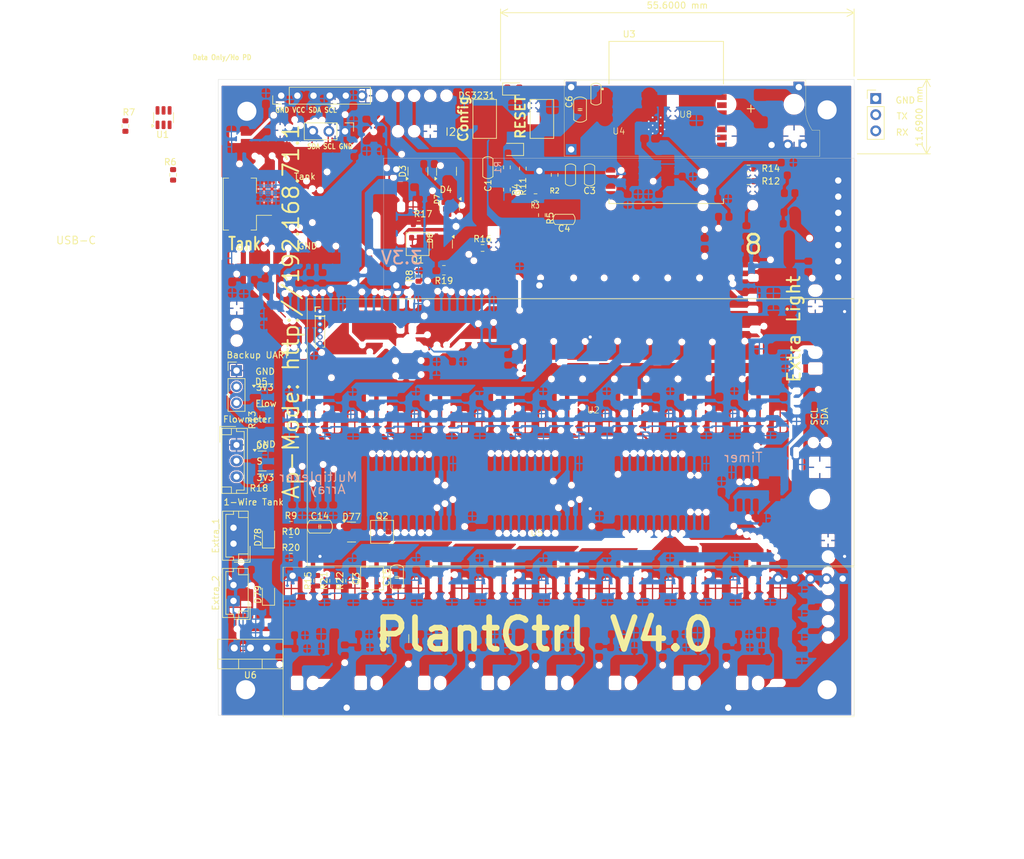
<source format=kicad_pcb>
(kicad_pcb
	(version 20241229)
	(generator "pcbnew")
	(generator_version "9.0")
	(general
		(thickness 1.6)
		(legacy_teardrops no)
	)
	(paper "A4")
	(layers
		(0 "F.Cu" signal)
		(4 "In1.Cu" signal)
		(6 "In2.Cu" signal)
		(2 "B.Cu" signal)
		(9 "F.Adhes" user "F.Adhesive")
		(11 "B.Adhes" user "B.Adhesive")
		(13 "F.Paste" user)
		(15 "B.Paste" user)
		(5 "F.SilkS" user "F.Silkscreen")
		(7 "B.SilkS" user "B.Silkscreen")
		(1 "F.Mask" user)
		(3 "B.Mask" user)
		(17 "Dwgs.User" user "User.Drawings")
		(19 "Cmts.User" user "User.Comments")
		(21 "Eco1.User" user "User.Eco1")
		(23 "Eco2.User" user "User.Eco2")
		(25 "Edge.Cuts" user)
		(27 "Margin" user)
		(31 "F.CrtYd" user "F.Courtyard")
		(29 "B.CrtYd" user "B.Courtyard")
		(35 "F.Fab" user)
		(33 "B.Fab" user)
	)
	(setup
		(stackup
			(layer "F.SilkS"
				(type "Top Silk Screen")
			)
			(layer "F.Paste"
				(type "Top Solder Paste")
			)
			(layer "F.Mask"
				(type "Top Solder Mask")
				(thickness 0.01)
			)
			(layer "F.Cu"
				(type "copper")
				(thickness 0.035)
			)
			(layer "dielectric 1"
				(type "prepreg")
				(thickness 0.1)
				(material "FR4")
				(epsilon_r 4.5)
				(loss_tangent 0.02)
			)
			(layer "In1.Cu"
				(type "copper")
				(thickness 0.035)
			)
			(layer "dielectric 2"
				(type "core")
				(thickness 1.24)
				(material "FR4")
				(epsilon_r 4.5)
				(loss_tangent 0.02)
			)
			(layer "In2.Cu"
				(type "copper")
				(thickness 0.035)
			)
			(layer "dielectric 3"
				(type "prepreg")
				(thickness 0.1)
				(material "FR4")
				(epsilon_r 4.5)
				(loss_tangent 0.02)
			)
			(layer "B.Cu"
				(type "copper")
				(thickness 0.035)
			)
			(layer "B.Mask"
				(type "Bottom Solder Mask")
				(thickness 0.01)
			)
			(layer "B.Paste"
				(type "Bottom Solder Paste")
			)
			(layer "B.SilkS"
				(type "Bottom Silk Screen")
			)
			(copper_finish "HAL lead-free")
			(dielectric_constraints no)
		)
		(pad_to_mask_clearance 0.05)
		(allow_soldermask_bridges_in_footprints no)
		(tenting front back)
		(aux_axis_origin 68.58 26.67)
		(grid_origin 68.58 26.67)
		(pcbplotparams
			(layerselection 0x00000000_00000000_5555555f_ffffffff)
			(plot_on_all_layers_selection 0x00000000_00000000_00000000_00000000)
			(disableapertmacros no)
			(usegerberextensions no)
			(usegerberattributes no)
			(usegerberadvancedattributes no)
			(creategerberjobfile no)
			(dashed_line_dash_ratio 12.000000)
			(dashed_line_gap_ratio 3.000000)
			(svgprecision 4)
			(plotframeref no)
			(mode 1)
			(useauxorigin no)
			(hpglpennumber 1)
			(hpglpenspeed 20)
			(hpglpendiameter 15.000000)
			(pdf_front_fp_property_popups yes)
			(pdf_back_fp_property_popups yes)
			(pdf_metadata yes)
			(pdf_single_document no)
			(dxfpolygonmode yes)
			(dxfimperialunits yes)
			(dxfusepcbnewfont yes)
			(psnegative no)
			(psa4output no)
			(plot_black_and_white yes)
			(sketchpadsonfab no)
			(plotpadnumbers no)
			(hidednponfab no)
			(sketchdnponfab yes)
			(crossoutdnponfab yes)
			(subtractmaskfromsilk no)
			(outputformat 1)
			(mirror no)
			(drillshape 0)
			(scaleselection 1)
			(outputdirectory "gerber/")
		)
	)
	(net 0 "")
	(net 1 "EN")
	(net 2 "VBAT")
	(net 3 "GND")
	(net 4 "3_3V")
	(net 5 "Temp")
	(net 6 "Net-(C2-Pad2)")
	(net 7 "PUMP_ENABLE")
	(net 8 "TANK_SENSOR")
	(net 9 "Charge")
	(net 10 "unconnected-(U3-IO15-Pad23)")
	(net 11 "Net-(Q1-G)")
	(net 12 "ESP_RX")
	(net 13 "ESP_TX")
	(net 14 "Net-(Boot1-Pad2)")
	(net 15 "SDA")
	(net 16 "SCL")
	(net 17 "unconnected-(U3-IO23-Pad21)")
	(net 18 "Net-(CD1-A)")
	(net 19 "Net-(D1-K)")
	(net 20 "Net-(J7-Pin_1)")
	(net 21 "unconnected-(U4-GND-Pad10)")
	(net 22 "unconnected-(U4-GND-Pad9)")
	(net 23 "CD_Probe")
	(net 24 "IsDay")
	(net 25 "LED_ENABLE")
	(net 26 "WORKING")
	(net 27 "unconnected-(U4-GND-Pad8)")
	(net 28 "unconnected-(U4-GND-Pad11)")
	(net 29 "ENABLE_TANK")
	(net 30 "unconnected-(U4-3V3-Pad4)")
	(net 31 "USB_D-")
	(net 32 "FLOW")
	(net 33 "USB_D+")
	(net 34 "BOOT_SEL")
	(net 35 "WARN_LED")
	(net 36 "unconnected-(U4-VBAT-Pad1)")
	(net 37 "SQW")
	(net 38 "32K")
	(net 39 "USB_BUS")
	(net 40 "Net-(R3-Pad1)")
	(net 41 "unconnected-(U1-I{slash}O2-Pad4)")
	(net 42 "unconnected-(U1-I{slash}O1-Pad6)")
	(net 43 "unconnected-(U3-IO8-Pad10)")
	(net 44 "unconnected-(U3-IO0-Pad8)")
	(net 45 "unconnected-(U3-NC-Pad22)")
	(net 46 "unconnected-(U5-GND-Pad2)")
	(net 47 "unconnected-(U5-GND-Pad1)")
	(net 48 "unconnected-(U5-GND-Pad3)")
	(net 49 "unconnected-(U2-GND-Pad11)")
	(net 50 "unconnected-(U2-GND-Pad8)")
	(net 51 "unconnected-(U2-GND-Pad10)")
	(net 52 "unconnected-(U2-VBAT-Pad2)")
	(net 53 "unconnected-(U2-GND-Pad9)")
	(net 54 "unconnected-(U2-GND-Pad7)")
	(net 55 "Net-(D78-K)")
	(net 56 "Net-(D78-A)")
	(net 57 "Net-(Q2-G)")
	(net 58 "Net-(J4-Pin_5)")
	(net 59 "Net-(J4-Pin_2)")
	(net 60 "unconnected-(U3-IO21-Pad19)")
	(net 61 "Net-(D79-K)")
	(net 62 "Net-(D79-A)")
	(net 63 "Net-(Q3-G)")
	(net 64 "EXTRA_1")
	(net 65 "EXTRA_2")
	(footprint "Package_TO_SOT_SMD:SOT-23" (layer "F.Cu") (at 190.64 110.845))
	(footprint "MPPT:MPPT" (layer "F.Cu") (at 232.68 48.3075))
	(footprint "Button_Switch_SMD:SW_SPST_CK_RS282G05A3" (layer "F.Cu") (at 220.58 45.87 -90))
	(footprint "PumpOut:PumpModule" (layer "F.Cu") (at 219.88 111.47))
	(footprint "Connector_JST:JST_EH_B2B-EH-A_1x02_P2.50mm_Vertical" (layer "F.Cu") (at 172.08 121.67 90))
	(footprint "PCM_Capacitor_SMD_Handsoldering_AKL:C_0805_2012Metric_Pad1.18x1.45mm" (layer "F.Cu") (at 197.79 117.961606 90))
	(footprint "PCM_Capacitor_SMD_Handsoldering_AKL:C_0603_1608Metric_Pad1.08x0.95mm" (layer "F.Cu") (at 229.08 41.97 -90))
	(footprint "Resistor_SMD:R_0603_1608Metric" (layer "F.Cu") (at 253.08 53.67 180))
	(footprint "PCM_Capacitor_SMD_Handsoldering_AKL:C_0603_1608Metric_Pad1.08x0.95mm" (layer "F.Cu") (at 224.08 61.67 180))
	(footprint "Button_Switch_SMD:SW_SPST_CK_RS282G05A3" (layer "F.Cu") (at 211.58 45.87 -90))
	(footprint "Resistor_SMD:R_0603_1608Metric" (layer "F.Cu") (at 222.58 54.67 90))
	(footprint "Connector_PinHeader_2.54mm:PinHeader_1x03_P2.54mm_Vertical" (layer "F.Cu") (at 172.555 85.445))
	(footprint "Connector_JST:JST_EH_B3B-EH-A_1x03_P2.50mm_Vertical" (layer "F.Cu") (at 172.555 97.145 -90))
	(footprint "Resistor_SMD:R_0603_1608Metric" (layer "F.Cu") (at 201.1925 62.42 180))
	(footprint "Resistor_SMD:R_0603_1608Metric" (layer "F.Cu") (at 187.745 118.4975 90))
	(footprint "Package_TO_SOT_SMD:SOT-23" (layer "F.Cu") (at 176.455 89.5825))
	(footprint "LED_SMD:LED_0805_2012Metric" (layer "F.Cu") (at 216.0175 50.67 180))
	(footprint "Package_TO_SOT_SMD:SOT-23" (layer "F.Cu") (at 204.9425 65.5575 -90))
	(footprint "Resistor_SMD:R_0603_1608Metric" (layer "F.Cu") (at 217.58 53.67 -90))
	(footprint "Connector_PinHeader_2.54mm:PinHeader_1x06_P2.54mm_Vertical" (layer "F.Cu") (at 179.58 42.22 90))
	(footprint "LED_SMD:LED_0805_2012Metric" (layer "F.Cu") (at 177.58 120.67 90))
	(footprint "Resistor_SMD:R_0603_1608Metric" (layer "F.Cu") (at 155.08 46.995 90))
	(footprint "Package_TO_SOT_SMD:SOT-23-6" (layer "F.Cu") (at 161.08 45.67 90))
	(footprint "Package_TO_SOT_SMD:SOT-23" (layer "F.Cu") (at 176.58 99.67))
	(footprint "PCM_Capacitor_SMD_Handsoldering_AKL:C_0805_2012Metric_Pad1.18x1.45mm" (layer "F.Cu") (at 185.655894 110.005))
	(footprint "Resistor_SMD:R_0603_1608Metric" (layer "F.Cu") (at 219.58 58.17))
	(footprint "Resistor_SMD:R_0603_1608Metric" (layer "F.Cu") (at 211.255 66.17))
	(footprint "PCM_Capacitor_SMD_Handsoldering_AKL:C_0603_1608Metric_Pad1.08x0.95mm" (layer "F.Cu") (at 212.08 53.5325 90))
	(footprint "Package_TO_SOT_SMD:SOT-23" (layer "F.Cu") (at 205.58 54.1075 90))
	(footprint "Resistor_SMD:R_0603_1608Metric" (layer "F.Cu") (at 176.58 102.545))
	(footprint "PCM_Capacitor_SMD_Handsoldering_AKL:C_0805_2012Metric_Pad1.18x1.45mm" (layer "F.Cu") (at 226.58 44.4075 90))
	(footprint "Resistor_SMD:R_0603_1608Metric" (layer "F.Cu") (at 181.11 112.21))
	(footprint "Modules:LightPower" (layer "F.Cu") (at 243.18 45.67))
	(footprint "PCM_Package_TO_SOT_SMD_AKL:SOT-23" (layer "F.Cu") (at 195.445 110.805))
	(footprint "Package_TO_SOT_SMD:SOT-23" (layer "F.Cu") (at 198.08 127.6075 90))
	(footprint "Resistor_SMD:R_0603_1608Metric" (layer "F.Cu") (at 190.255 118.4975 90))
	(footprint "PCM_Capacitor_SMD_Handsoldering_AKL:C_0603_1608Metric_Pad1.08x0.95mm" (layer "F.Cu") (at 228.08 54.67 90))
	(footprint "Resistor_SMD:R_0805_2012Metric" (layer "F.Cu") (at 205.1675 69.67 180))
	(footprint "Resistor_SMD:R_0603_1608Metric" (layer "F.Cu") (at 201.18 70.57 90))
	(footprint "Resistor_SMD:R_0603_1608Metric"
		(layer "F.Cu")
		(uuid "9df0e818-2c6e-460b-9d69-740a6fe54bb1")
		(at 181.11 109.7)
		(descr "Resistor SMD 0603 (1608 Metric), square (rectangular) end terminal, IPC-7351 nominal, (Body size source: IPC-SM-782 page 72, https://www.pcb-3d.com/wordpress/wp-content/uploads/ipc-sm-782a_amendment_1_and_2.pdf), generated with kicad-footprint-generator")
		(tags "resistor")
		(property "Reference" "R9"
			(at 0 -1.43 0)
			(layer "F.SilkS")
			(uuid "ddc48fe9-4421-4676-986c-8c2cc84301e0")
			(effects
				(font
					(size 1 1)
					(thickness 0.15)
				)
			)
		)
		(property "Value" "1k"
			(at 0 1.43 0)
			(layer "F.Fab")
			(uuid "68d404b0-ecc5-4091-8d5f-ce6a9fd28bbb")
			(effects
				(font
					(size 1 1)
					(thickness 0.15)
				)
			)
		)
		(property "Datasheet" ""
			(at 0 0 0)
			(layer "F.Fab")
			(hide yes)
			(uuid "97e2a09d-9841-4663-abda-0bb87202c3e5")
			(effects
				(font
					(size 1.27 1.27)
					(thickness 0.15)
				)
			)
		)
		(property "Description" ""
			(at 0 0 0)
			(layer "F.Fab")
			(hide yes)
			(uuid "2931ed16-41fa-49ea-bbdb-4ec1923c6053")
			(effects
				(font
					(size 1.27 1.27)
					(thickness 0.15)
				)
			)
		)
		(property "LCSC_PART_NUMBER" "C95781"
			(at 0 0 0)
			(unlocked yes)
			(layer "F.Fab")
			(hide yes)
			(uuid "d9413d4c-b624-4f66-959e-2634ff67a5c1")
			(effects
				(font
					(size 1 1)
					(thickness 0.15)
				)
			)
		)
		(property ki_fp_filters "R_*")
		(path "/f1726545-0a16-42e3-bda5-9cd6d7eaa8f9")
		(sheetname "/")
		(sheetfile "PlantCtrlESP32.kicad_sch")
		(attr smd)
		(fp_line
			(start -0.237258 -0.5225)
			(end 0.237258 -0.5225)
			(stroke
				(width 0.12)
				(type solid)
			)
			(layer "F.SilkS")
			(uuid "876d7e79-7292-428a-a57b-3a671d8c5b61")
		)
		(fp_line
			(start -0.237258 0.5225)
			(end 0.237258 0.5225)
			(stroke
				(width 0.12)
				(type solid)
			)
			(layer "F.SilkS")
			(uuid "067ebc9c-861a-443f-88d3-6cda5c7284ac")
		)
		(fp_line
			(start -1.48 -0.73)
			(end 1.48 -0.73)
			(stroke
				(width 0.05)
				(type solid)
			)
			(layer "F.CrtYd")
			(uuid "87b00cbc-00ba-40b7-8938-aa502dbb1f92")
		)
		(fp_line
			(start -1.48 0.73)
			(end -1.48 -0.73)
			(stroke
				(width 0.05)
				(type solid)
			)
			(layer "F.CrtYd")
			(uuid "df57641e-c375-472b-965d-741ae7bbe9ea")
		)
		(fp_line
			(start 1.48 -0.73)
			(end 1.48 0.73)
			(stroke
				(width 0.05)
				(type solid)
			)
			(layer "F.CrtYd")
			(uuid "a4a650f2-7c76-4d26-a7af-3d9205eff17b")
		)
		(fp_line
			(start 1.48 0.73)
			(end -1.48 0.73)
			(stroke
				(width 0.05)
				(type solid)
			)
			(layer "F.CrtYd")
			(uuid "e3564cbc-1113-4048-a7b8-3ea314d70675")
		)
		(fp_line
			(start -0.8 -0.4125)
			(end 0.8 -0.4125)
			(stroke
				(width 0.1)
				(type solid)
			)
			(layer "F.Fab")
			(uuid "0fb57899-4b4b-4428-9371-557c13d840d7")
		)
		(fp_line
			(start -0.8 0.4125)
			(end -0.8 -0.4125)
			(stroke
				(width 0.1)
				(type solid)
			)
			(layer "F.Fab")
			(uuid "5da4c37e-0e36-4788-a5a9-6799ece49f36")
		)
		(fp_line
			(start 0.8 -0.4125)
			(end 0.8 0.4125)
			(stroke
				(width 0.1)
				(type solid)
			)
			(lay
... [5688625 chars truncated]
</source>
